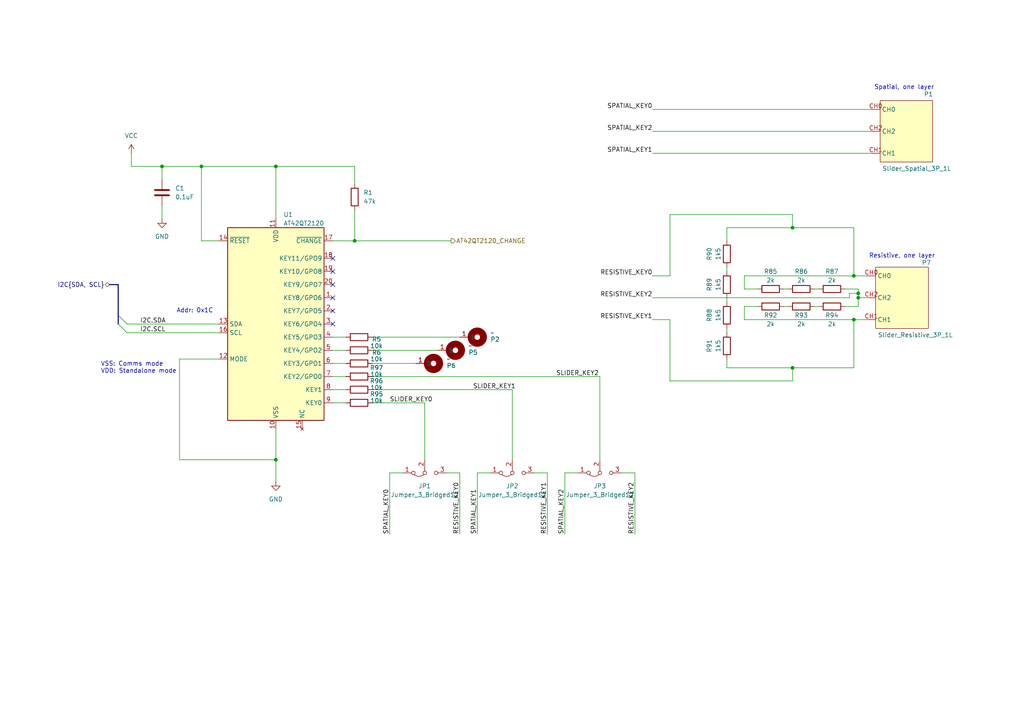
<source format=kicad_sch>
(kicad_sch (version 20231120) (generator "eeschema") (generator_version "8.0")
  (paper "A4")
  (lib_symbols
    (symbol "Device:C" (pin_numbers hide) (pin_names (offset 0.254))
      (property "Reference" "C" (at 0.635 2.54 0))
      (property "Value" "C" (at 0.635 -2.54 0))
      (symbol "C_0_1"
        (polyline (pts (xy -2.032 -0.762) (xy 2.032 -0.762)) (stroke (width 0.508)))
        (polyline (pts (xy -2.032 0.762) (xy 2.032 0.762)) (stroke (width 0.508)))
      )
      (symbol "C_1_1"
        (pin passive line (at 0 3.81 270) (length 2.794) (name "~") (number "1"))
        (pin passive line (at 0 -3.81 90) (length 2.794) (name "~") (number "2"))
      )
    )
    (symbol "Device:R" (pin_numbers hide) (pin_names (offset 0))
      (property "Reference" "R" (at 2.032 0 90))
      (property "Value" "R" (at 0 0 90))
      (symbol "R_0_1"
        (rectangle (start -1.016 -2.54) (end 1.016 2.54) (stroke (width 0.254)))
      )
      (symbol "R_1_1"
        (pin passive line (at 0 3.81 270) (length 1.27) (name "~") (number "1"))
        (pin passive line (at 0 -3.81 90) (length 1.27) (name "~") (number "2"))
      )
    )
    (symbol "Jumper:Jumper_3_Bridged12" (pin_names (offset 0) hide) (exclude_from_sim yes) (in_bom no)
      (property "Reference" "JP" (at -2.54 -2.54 0))
      (property "Value" "Jumper_3_Bridged12" (at 0 2.794 0))
      (symbol "Jumper_3_Bridged12_0_0"
        (circle (center -3.302 0) (radius 0.508))
        (circle (center 0 0) (radius 0.508))
        (circle (center 3.302 0) (radius 0.508))
      )
      (symbol "Jumper_3_Bridged12_0_1"
        (arc (start -0.254 0.508) (mid -1.651 0.9912) (end -3.048 0.508))
        (polyline (pts (xy 0 -1.27) (xy 0 -0.508)))
      )
      (symbol "Jumper_3_Bridged12_1_1"
        (pin passive line (at -6.35 0 0) (length 2.54) (name "A") (number "1"))
        (pin passive line (at 0 -3.81 90) (length 2.54) (name "C") (number "2"))
        (pin passive line (at 6.35 0 180) (length 2.54) (name "B") (number "3"))
      )
    )
    (symbol "Sensor_Touch:AT42QT2120"
      (property "Reference" "U" (at 12.192 -29.718 0))
      (symbol "AT42QT2120_1_1"
        (rectangle (start -13.97 27.94) (end 13.97 -27.94) (stroke (width 0.254)) (fill (type background)))
        (pin bidirectional line (at 16.51 7.62 180) (length 2.54) (name "KEY8/GPO6") (number "1"))
        (pin power_in line (at 0 -30.48 90) (length 2.54) (name "VSS") (number "10"))
        (pin power_in line (at 0 30.48 270) (length 2.54) (name "VDD") (number "11"))
        (pin input line (at -16.51 -10.16 0) (length 2.54) (name "MODE") (number "12"))
        (pin bidirectional line (at -16.51 0 0) (length 2.54) (name "SDA") (number "13"))
        (pin input line (at -16.51 24.13 0) (length 2.54) (name "~{RESET}") (number "14"))
        (pin no_connect line (at 7.62 -30.48 90) (length 2.54) (name "NC") (number "15"))
        (pin bidirectional line (at -16.51 -2.54 0) (length 2.54) (name "SCL") (number "16"))
        (pin output line (at 16.51 24.13 180) (length 2.54) (name "~{CHANGE}") (number "17"))
        (pin bidirectional line (at 16.51 19.05 180) (length 2.54) (name "KEY11/GPO9") (number "18"))
        (pin bidirectional line (at 16.51 15.24 180) (length 2.54) (name "KEY10/GPO8") (number "19"))
        (pin bidirectional line (at 16.51 3.81 180) (length 2.54) (name "KEY7/GPO5") (number "2"))
        (pin bidirectional line (at 16.51 11.43 180) (length 2.54) (name "KEY9/GPO7") (number "20"))
        (pin bidirectional line (at 16.51 0 180) (length 2.54) (name "KEY6/GPO4") (number "3"))
        (pin bidirectional line (at 16.51 -3.81 180) (length 2.54) (name "KEY5/GPO3") (number "4"))
        (pin bidirectional line (at 16.51 -7.62 180) (length 2.54) (name "KEY4/GPO2") (number "5"))
        (pin bidirectional line (at 16.51 -11.43 180) (length 2.54) (name "KEY3/GPO1") (number "6"))
        (pin bidirectional line (at 16.51 -15.24 180) (length 2.54) (name "KEY2/GPO0") (number "7"))
        (pin bidirectional line (at 16.51 -19.05 180) (length 2.54) (name "KEY1") (number "8"))
        (pin bidirectional line (at 16.51 -22.86 180) (length 2.54) (name "KEY0") (number "9"))
      )
    )
    (symbol "Single_LED_Touch_Key:Single_LED_Touch_Key"
      (property "Reference" "P13" (at 3.81 0 0))
      (property "Value" "~" (at -6.35 0 0))
      (symbol "Single_LED_Touch_Key_1_1"
        (circle (center 0 0) (radius 1.7961) (stroke (width 2)))
        (pin bidirectional line (at -5.08 0 0) (length 2.54) (name "1") (number "1"))
      )
    )
    (symbol "Slider_Resistive_3P_1L_1"
      (property "Reference" "P" (at 6.35 6.35 0))
      (property "Value" "Slider_Resistive_3P_1L" (at 3.048 -14.224 0))
      (symbol "Slider_Resistive_3P_1L_1_1_1"
        (rectangle (start -7.62 5.08) (end 7.62 -12.7) (fill (type background)))
        (pin output line (at -10.16 2.54 0) (length 2.54) (name "CH0") (number "CH0"))
        (pin output line (at -10.16 -10.16 0) (length 2.54) (name "CH1") (number "CH1"))
        (pin output line (at -10.16 -3.81 0) (length 2.54) (name "CH2") (number "CH2"))
      )
    )
    (symbol "Touch:Slider_Spatial_3P_1L"
      (property "Reference" "P" (at 6.858 6.35 0))
      (property "Value" "Slider_Spatial_3P_1L" (at 2.032 -13.97 0))
      (symbol "Slider_Spatial_3P_1L_1_1"
        (rectangle (start -7.62 5.08) (end 7.62 -12.7) (fill (type background)))
        (pin output line (at -10.16 2.54 0) (length 2.54) (name "CH0") (number "CH0"))
        (pin output line (at -10.16 -10.16 0) (length 2.54) (name "CH1") (number "CH1"))
        (pin output line (at -10.16 -3.81 0) (length 2.54) (name "CH2") (number "CH2"))
      )
    )
    (symbol "power:GND" (power) (pin_numbers hide) (pin_names (offset 0) hide)
      (property "Value" "GND" (at 0 -3.81 0))
      (symbol "GND_0_1"
        (polyline (pts (xy 0 0) (xy 0 -1.27) (xy 1.27 -1.27) (xy 0 -2.54) (xy -1.27 -1.27) (xy 0 -1.27)))
      )
      (symbol "GND_1_1"
        (pin power_in line (at 0 0 270) (length 0) (name "~") (number "1"))
      )
    )
    (symbol "power:VCC" (power) (pin_numbers hide) (pin_names (offset 0) hide)
      (property "Value" "VCC" (at 0 3.556 0))
      (symbol "VCC_0_1"
        (polyline (pts (xy -0.762 1.27) (xy 0 2.54)))
        (polyline (pts (xy 0 0) (xy 0 2.54)))
        (polyline (pts (xy 0 2.54) (xy 0.762 1.27)))
      )
      (symbol "VCC_1_1"
        (pin power_in line (at 0 0 90) (length 0) (name "~") (number "1"))
      )
    )
  )
  (junction (at 248.92 85.09))
  (junction (at 80.01 48.26))
  (junction (at 46.99 48.26))
  (junction (at 80.01 133.35))
  (junction (at 229.87 106.68))
  (junction (at 102.87 69.85))
  (junction (at 247.65 92.71))
  (junction (at 248.92 86.36))
  (junction (at 229.87 66.04))
  (junction (at 247.65 80.01))
  (junction (at 58.42 48.26))
  (no_connect (at 96.52 78.74))
  (no_connect (at 96.52 93.98))
  (no_connect (at 96.52 86.36))
  (no_connect (at 96.52 74.93))
  (no_connect (at 96.52 82.55))
  (no_connect (at 96.52 90.17))
  (bus_entry (at 34.29 91.44) (size 2.54 2.54))
  (bus_entry (at 34.29 93.98) (size 2.54 2.54))
  (wire (pts (xy 129.54 137.16) (xy 133.35 137.16)))
  (wire (pts (xy 113.03 137.16) (xy 113.03 154.94)))
  (wire (pts (xy 58.42 48.26) (xy 58.42 69.85)))
  (wire (pts (xy 107.95 116.84) (xy 123.19 116.84)))
  (wire (pts (xy 148.59 113.03) (xy 148.59 133.35)))
  (wire (pts (xy 227.33 88.9) (xy 228.6 88.9)))
  (wire (pts (xy 246.38 85.09) (xy 248.92 85.09)))
  (wire (pts (xy 138.43 137.16) (xy 138.43 154.94)))
  (wire (pts (xy 210.82 87.63) (xy 210.82 86.36)))
  (wire (pts (xy 107.95 109.22) (xy 173.99 109.22)))
  (wire (pts (xy 189.23 38.1) (xy 252.73 38.1)))
  (wire (pts (xy 36.83 96.52) (xy 63.5 96.52)))
  (bus (pts (xy 34.29 82.55) (xy 34.29 91.44)))
  (wire (pts (xy 247.65 92.71) (xy 215.9 92.71)))
  (wire (pts (xy 154.94 137.16) (xy 158.75 137.16)))
  (wire (pts (xy 80.01 48.26) (xy 58.42 48.26)))
  (wire (pts (xy 46.99 59.69) (xy 46.99 63.5)))
  (wire (pts (xy 194.31 110.49) (xy 194.31 92.71)))
  (wire (pts (xy 229.87 110.49) (xy 194.31 110.49)))
  (wire (pts (xy 102.87 53.34) (xy 102.87 48.26)))
  (wire (pts (xy 96.52 97.79) (xy 100.33 97.79)))
  (wire (pts (xy 123.19 116.84) (xy 123.19 133.35)))
  (wire (pts (xy 248.92 85.09) (xy 248.92 83.82)))
  (wire (pts (xy 251.46 92.71) (xy 247.65 92.71)))
  (wire (pts (xy 189.23 31.75) (xy 252.73 31.75)))
  (wire (pts (xy 194.31 92.71) (xy 189.23 92.71)))
  (wire (pts (xy 229.87 110.49) (xy 229.87 106.68)))
  (wire (pts (xy 237.49 88.9) (xy 236.22 88.9)))
  (wire (pts (xy 63.5 69.85) (xy 58.42 69.85)))
  (wire (pts (xy 245.11 88.9) (xy 248.92 88.9)))
  (wire (pts (xy 194.31 62.23) (xy 229.87 62.23)))
  (wire (pts (xy 246.38 86.36) (xy 246.38 85.09)))
  (wire (pts (xy 173.99 109.22) (xy 173.99 133.35)))
  (wire (pts (xy 46.99 48.26) (xy 46.99 52.07)))
  (bus (pts (xy 31.75 82.55) (xy 34.29 82.55)))
  (wire (pts (xy 38.1 44.45) (xy 38.1 48.26)))
  (wire (pts (xy 247.65 92.71) (xy 247.65 106.68)))
  (wire (pts (xy 107.95 101.6) (xy 127 101.6)))
  (wire (pts (xy 96.52 113.03) (xy 100.33 113.03)))
  (wire (pts (xy 247.65 106.68) (xy 229.87 106.68)))
  (wire (pts (xy 80.01 133.35) (xy 80.01 139.7)))
  (wire (pts (xy 52.07 104.14) (xy 52.07 133.35)))
  (wire (pts (xy 229.87 62.23) (xy 229.87 66.04)))
  (wire (pts (xy 102.87 69.85) (xy 130.81 69.85)))
  (wire (pts (xy 96.52 105.41) (xy 100.33 105.41)))
  (wire (pts (xy 120.65 105.41) (xy 107.95 105.41)))
  (wire (pts (xy 215.9 92.71) (xy 215.9 88.9)))
  (wire (pts (xy 96.52 69.85) (xy 102.87 69.85)))
  (wire (pts (xy 184.15 137.16) (xy 184.15 154.94)))
  (wire (pts (xy 107.95 97.79) (xy 133.35 97.79)))
  (wire (pts (xy 237.49 83.82) (xy 236.22 83.82)))
  (wire (pts (xy 247.65 80.01) (xy 247.65 66.04)))
  (wire (pts (xy 194.31 80.01) (xy 189.23 80.01)))
  (wire (pts (xy 96.52 116.84) (xy 100.33 116.84)))
  (wire (pts (xy 80.01 133.35) (xy 80.01 124.46)))
  (wire (pts (xy 36.83 93.98) (xy 63.5 93.98)))
  (wire (pts (xy 158.75 137.16) (xy 158.75 154.94)))
  (wire (pts (xy 229.87 66.04) (xy 210.82 66.04)))
  (wire (pts (xy 210.82 78.74) (xy 210.82 77.47)))
  (wire (pts (xy 96.52 109.22) (xy 100.33 109.22)))
  (wire (pts (xy 248.92 86.36) (xy 251.46 86.36)))
  (wire (pts (xy 142.24 137.16) (xy 138.43 137.16)))
  (wire (pts (xy 167.64 137.16) (xy 163.83 137.16)))
  (wire (pts (xy 80.01 63.5) (xy 80.01 48.26)))
  (wire (pts (xy 163.83 137.16) (xy 163.83 154.94)))
  (wire (pts (xy 247.65 80.01) (xy 251.46 80.01)))
  (wire (pts (xy 180.34 137.16) (xy 184.15 137.16)))
  (wire (pts (xy 248.92 88.9) (xy 248.92 86.36)))
  (wire (pts (xy 247.65 66.04) (xy 229.87 66.04)))
  (wire (pts (xy 210.82 96.52) (xy 210.82 95.25)))
  (wire (pts (xy 102.87 48.26) (xy 80.01 48.26)))
  (wire (pts (xy 215.9 80.01) (xy 247.65 80.01)))
  (wire (pts (xy 107.95 113.03) (xy 148.59 113.03)))
  (bus (pts (xy 34.29 91.44) (xy 34.29 93.98)))
  (wire (pts (xy 215.9 83.82) (xy 215.9 80.01)))
  (wire (pts (xy 219.71 83.82) (xy 215.9 83.82)))
  (wire (pts (xy 215.9 88.9) (xy 219.71 88.9)))
  (wire (pts (xy 116.84 137.16) (xy 113.03 137.16)))
  (wire (pts (xy 63.5 104.14) (xy 52.07 104.14)))
  (wire (pts (xy 248.92 86.36) (xy 248.92 85.09)))
  (wire (pts (xy 210.82 66.04) (xy 210.82 69.85)))
  (wire (pts (xy 58.42 48.26) (xy 46.99 48.26)))
  (wire (pts (xy 194.31 62.23) (xy 194.31 80.01)))
  (wire (pts (xy 210.82 106.68) (xy 210.82 104.14)))
  (wire (pts (xy 52.07 133.35) (xy 80.01 133.35)))
  (wire (pts (xy 96.52 101.6) (xy 100.33 101.6)))
  (wire (pts (xy 229.87 106.68) (xy 210.82 106.68)))
  (wire (pts (xy 133.35 137.16) (xy 133.35 154.94)))
  (wire (pts (xy 189.23 44.45) (xy 252.73 44.45)))
  (wire (pts (xy 38.1 48.26) (xy 46.99 48.26)))
  (wire (pts (xy 102.87 60.96) (xy 102.87 69.85)))
  (wire (pts (xy 248.92 83.82) (xy 245.11 83.82)))
  (wire (pts (xy 227.33 83.82) (xy 228.6 83.82)))
  (wire (pts (xy 189.23 86.36) (xy 246.38 86.36)))
  (text "Resistive, one layer" (at 261.62 74.295 0) (effects (font (size 1.27 1.27))))
  (text "VSS: Comms mode\nVDD: Standalone mode" (at 29.21 106.68 0) (effects (font (size 1.27 1.27)) (justify left)))
  (text "Spatial, one layer" (at 262.255 25.4 0) (effects (font (size 1.27 1.27))))
  (text "Addr: 0x1C" (at 56.515 90.17 0) (effects (font (size 1.27 1.27))))
  (label "SLIDER_KEY1" (at 137.16 113.03 0))
  (label "RESISTIVE_KEY1" (at 158.75 154.94 90))
  (label "I2C.SDA" (at 40.64 93.98 0))
  (label "RESISTIVE_KEY1" (at 189.23 92.71 180))
  (label "SPATIAL_KEY2" (at 189.23 38.1 180))
  (label "RESISTIVE_KEY0" (at 189.23 80.01 180))
  (label "SLIDER_KEY0" (at 113.03 116.84 0))
  (label "SPATIAL_KEY0" (at 113.03 154.94 90))
  (label "SLIDER_KEY2" (at 161.29 109.22 0))
  (label "RESISTIVE_KEY2" (at 189.23 86.36 180))
  (label "SPATIAL_KEY1" (at 189.23 44.45 180))
  (label "SPATIAL_KEY0" (at 189.23 31.75 180))
  (label "SPATIAL_KEY2" (at 163.83 154.94 90))
  (label "I2C.SCL" (at 40.64 96.52 0))
  (label "SPATIAL_KEY1" (at 138.43 154.94 90))
  (label "RESISTIVE_KEY0" (at 133.35 154.94 90))
  (label "RESISTIVE_KEY2" (at 184.15 154.94 90))
  (hierarchical_label "AT42QT2120_CHANGE" (shape output) (at 130.81 69.85 0))
  (hierarchical_label "I2C{SDA, SCL}" (shape bidirectional) (at 31.75 82.55 180))
  (symbol (lib_id "Device:R") (at 223.52 88.9 270) (unit 1)
    (property "Reference" "R92" (at 223.52 91.44 90))
    (property "Value" "2k" (at 223.52 93.98 90))
    (property "Footprint" "Resistor_SMD:R_0603_1608Metric" (effects (hide yes)))
    (property "Description" "Resistor" (effects (hide yes)))
  )
  (symbol (lib_id "Device:R") (at 104.14 101.6 90) (unit 1)
    (property "Reference" "R5" (at 109.22 98.425 90))
    (property "Value" "10k" (at 109.22 100.33 90))
    (property "Footprint" "Resistor_SMD:R_0603_1608Metric" (effects (hide yes)))
    (property "Description" "Resistor" (effects (hide yes)))
  )
  (symbol (lib_id "Single_LED_Touch_Key:Single_LED_Touch_Key") (at 132.08 101.6 0) (mirror x) (unit 1)
    (property "Reference" "P5" (at 135.89 102.2351 0) (effects (justify left)))
    (property "Value" "~" (at 135.89 100.33 0) (effects (justify left)))
    (property "Footprint" "Button_Switch_SMD:Cap_Touch_Ring_Small" (effects (hide yes)))
  )
  (symbol (lib_id "Device:C") (at 46.99 55.88 0) (unit 1)
    (property "Reference" "C1" (at 50.8 54.6099 0) (effects (justify left)))
    (property "Value" "0.1uF" (at 50.8 57.1499 0) (effects (justify left)))
    (property "Footprint" "Capacitor_SMD:C_0603_1608Metric" (effects (hide yes)))
    (property "Description" "Unpolarized capacitor" (effects (hide yes)))
  )
  (symbol (lib_id "Single_LED_Touch_Key:Single_LED_Touch_Key") (at 125.73 105.41 0) (mirror x) (unit 1)
    (property "Reference" "P6" (at 129.54 106.0451 0) (effects (justify left)))
    (property "Value" "~" (at 129.54 104.14 0) (effects (justify left)))
    (property "Footprint" "Button_Switch_SMD:Cap_Touch_Ring_Small" (effects (hide yes)))
  )
  (symbol (lib_id "Device:R") (at 210.82 91.44 180) (unit 1)
    (property "Reference" "R88" (at 205.74 91.44 90))
    (property "Value" "1k5" (at 208.28 91.44 90))
    (property "Footprint" "Resistor_SMD:R_0603_1608Metric" (effects (hide yes)))
    (property "Description" "Resistor" (effects (hide yes)))
  )
  (symbol (lib_id "Device:R") (at 102.87 57.15 0) (unit 1)
    (property "Reference" "R1" (at 105.41 55.8799 0) (effects (justify left)))
    (property "Value" "47k" (at 105.41 58.4199 0) (effects (justify left)))
    (property "Footprint" "Resistor_SMD:R_0603_1608Metric" (effects (hide yes)))
    (property "Description" "Resistor" (effects (hide yes)))
  )
  (symbol (lib_id "Device:R") (at 241.3 88.9 90) (unit 1)
    (property "Reference" "R94" (at 241.3 91.44 90))
    (property "Value" "2k" (at 241.3 93.98 90))
    (property "Footprint" "Resistor_SMD:R_0603_1608Metric" (effects (hide yes)))
    (property "Description" "Resistor" (effects (hide yes)))
  )
  (symbol (lib_id "Single_LED_Touch_Key:Single_LED_Touch_Key") (at 138.43 97.79 0) (mirror x) (unit 1)
    (property "Reference" "P2" (at 142.24 98.4251 0) (effects (justify left)))
    (property "Value" "~" (at 142.24 96.52 0) (effects (justify left)))
    (property "Footprint" "Button_Switch_SMD:Cap_Touch_Ring_Small" (effects (hide yes)))
  )
  (symbol (lib_id "Device:R") (at 210.82 82.55 180) (unit 1)
    (property "Reference" "R89" (at 205.74 82.55 90))
    (property "Value" "1k5" (at 208.28 82.55 90))
    (property "Footprint" "Resistor_SMD:R_0603_1608Metric" (effects (hide yes)))
    (property "Description" "Resistor" (effects (hide yes)))
  )
  (symbol (lib_id "Jumper:Jumper_3_Bridged12") (at 148.59 137.16 0) (mirror x) (unit 1) (exclude_from_sim yes) (in_bom no)
    (property "Reference" "JP2" (at 148.59 140.97 0))
    (property "Value" "Jumper_3_Bridged12" (at 148.59 143.51 0))
    (property "Footprint" "Connector_PinHeader_2.54mm:PinHeader_1x03_P2.54mm_Vertical" (effects (hide yes)))
    (property "Description" "Jumper, 3-pole, pins 1+2 closed/bridged" (effects (hide yes)))
  )
  (symbol (lib_id "Sensor_Touch:AT42QT2120") (at 80.01 93.98 0) (unit 1)
    (property "Reference" "U1" (at 82.2041 62.23 0) (effects (justify left)))
    (property "Value" "AT42QT2120" (at 82.2041 64.77 0) (effects (justify left)))
    (property "Footprint" "Package_SO:TSSOP-20_4.4x6.5mm_P0.65mm" (effects (hide yes)))
    (property "MPN" "AT42QT2120-XUR" (effects (hide yes)))
    (property "Digikey" "https://www.digikey.de/en/products/detail/microchip-technology/AT42QT2120-XUR/3678735" (effects (hide yes)))
  )
  (symbol (lib_id "Device:R") (at 210.82 73.66 180) (unit 1)
    (property "Reference" "R90" (at 205.74 73.66 90))
    (property "Value" "1k5" (at 208.28 73.66 90))
    (property "Footprint" "Resistor_SMD:R_0603_1608Metric" (effects (hide yes)))
    (property "Description" "Resistor" (effects (hide yes)))
  )
  (symbol (lib_id "Device:R") (at 232.41 88.9 90) (unit 1)
    (property "Reference" "R93" (at 232.41 91.44 90))
    (property "Value" "2k" (at 232.41 93.98 90))
    (property "Footprint" "Resistor_SMD:R_0603_1608Metric" (effects (hide yes)))
    (property "Description" "Resistor" (effects (hide yes)))
  )
  (symbol (lib_id "Device:R") (at 241.3 83.82 90) (unit 1)
    (property "Reference" "R87" (at 241.3 78.74 90))
    (property "Value" "2k" (at 241.3 81.28 90))
    (property "Footprint" "Resistor_SMD:R_0603_1608Metric" (effects (hide yes)))
    (property "Description" "Resistor" (effects (hide yes)))
  )
  (symbol (lib_id "Device:R") (at 232.41 83.82 90) (unit 1)
    (property "Reference" "R86" (at 232.41 78.74 90))
    (property "Value" "2k" (at 232.41 81.28 90))
    (property "Footprint" "Resistor_SMD:R_0603_1608Metric" (effects (hide yes)))
    (property "Description" "Resistor" (effects (hide yes)))
  )
  (symbol (lib_id "power:VCC") (at 38.1 44.45 0) (unit 1)
    (property "Reference" "#PWR01" (effects (hide yes)))
    (property "Value" "VCC" (at 38.1 39.37 0))
    (property "Description" "Power symbol creates a global label with name \"VCC\"" (effects (hide yes)))
  )
  (symbol (lib_id "Touch:Slider_Spatial_3P_1L") (at 262.89 34.29 0) (unit 1)
    (property "Reference" "P1" (at 267.97 27.305 0) (effects (justify left)))
    (property "Value" "Slider_Spatial_3P_1L" (at 255.905 48.895 0) (effects (justify left)))
    (property "Footprint" "Touch:Slider_SpatialInterpolation_3P_1L" (effects (hide yes)))
  )
  (symbol (lib_id "Device:R") (at 104.14 105.41 90) (unit 1)
    (property "Reference" "R6" (at 109.22 102.235 90))
    (property "Value" "10k" (at 109.22 104.14 90))
    (property "Footprint" "Resistor_SMD:R_0603_1608Metric" (effects (hide yes)))
    (property "Description" "Resistor" (effects (hide yes)))
  )
  (symbol (lib_name "Slider_Resistive_3P_1L_1") (lib_id "Touch:Slider_Resistive_3P_1L") (at 261.62 82.55 0) (unit 1)
    (property "Reference" "P7" (at 267.335 76.2 0) (effects (justify left)))
    (property "Value" "Slider_Resistive_3P_1L" (at 254.635 97.155 0) (effects (justify left)))
    (property "Footprint" "Touch:Slider_ResistiveInterpolation_3P_1L" (effects (hide yes)))
  )
  (symbol (lib_id "Jumper:Jumper_3_Bridged12") (at 123.19 137.16 0) (mirror x) (unit 1) (exclude_from_sim yes) (in_bom no)
    (property "Reference" "JP1" (at 123.19 140.97 0))
    (property "Value" "Jumper_3_Bridged12" (at 123.19 143.51 0))
    (property "Footprint" "Connector_PinHeader_2.54mm:PinHeader_1x03_P2.54mm_Vertical" (effects (hide yes)))
    (property "Description" "Jumper, 3-pole, pins 1+2 closed/bridged" (effects (hide yes)))
  )
  (symbol (lib_id "Device:R") (at 223.52 83.82 270) (unit 1)
    (property "Reference" "R85" (at 223.52 78.74 90))
    (property "Value" "2k" (at 223.52 81.28 90))
    (property "Footprint" "Resistor_SMD:R_0603_1608Metric" (effects (hide yes)))
    (property "Description" "Resistor" (effects (hide yes)))
  )
  (symbol (lib_id "Device:R") (at 104.14 116.84 90) (unit 1)
    (property "Reference" "R95" (at 109.22 114.3 90))
    (property "Value" "10k" (at 109.22 116.205 90))
    (property "Footprint" "Resistor_SMD:R_0603_1608Metric" (effects (hide yes)))
    (property "Description" "Resistor" (effects (hide yes)))
  )
  (symbol (lib_id "power:GND") (at 80.01 139.7 0) (unit 1)
    (property "Reference" "#PWR03" (effects (hide yes)))
    (property "Value" "GND" (at 80.01 144.78 0))
    (property "Description" "Power symbol creates a global label with name \"GND\" , ground" (effects (hide yes)))
  )
  (symbol (lib_id "Device:R") (at 104.14 113.03 90) (unit 1)
    (property "Reference" "R96" (at 109.22 110.49 90))
    (property "Value" "10k" (at 109.22 112.395 90))
    (property "Footprint" "Resistor_SMD:R_0603_1608Metric" (effects (hide yes)))
    (property "Description" "Resistor" (effects (hide yes)))
  )
  (symbol (lib_id "Jumper:Jumper_3_Bridged12") (at 173.99 137.16 0) (mirror x) (unit 1) (exclude_from_sim yes) (in_bom no)
    (property "Reference" "JP3" (at 173.99 140.97 0))
    (property "Value" "Jumper_3_Bridged12" (at 173.99 143.51 0))
    (property "Footprint" "Connector_PinHeader_2.54mm:PinHeader_1x03_P2.54mm_Vertical" (effects (hide yes)))
    (property "Description" "Jumper, 3-pole, pins 1+2 closed/bridged" (effects (hide yes)))
  )
  (symbol (lib_id "Device:R") (at 104.14 109.22 90) (unit 1)
    (property "Reference" "R97" (at 109.22 106.68 90))
    (property "Value" "10k" (at 109.22 108.585 90))
    (property "Footprint" "Resistor_SMD:R_0603_1608Metric" (effects (hide yes)))
    (property "Description" "Resistor" (effects (hide yes)))
  )
  (symbol (lib_id "Device:R") (at 104.14 97.79 90) (unit 1)
    (property "Reference" "R4" (effects (hide yes)))
    (property "Value" "10k" (effects (hide yes)))
    (property "Footprint" "Resistor_SMD:R_0603_1608Metric" (effects (hide yes)))
    (property "Description" "Resistor" (effects (hide yes)))
  )
  (symbol (lib_id "Device:R") (at 210.82 100.33 0) (unit 1)
    (property "Reference" "R91" (at 205.74 100.33 90))
    (property "Value" "1k5" (at 208.28 100.33 90))
    (property "Footprint" "Resistor_SMD:R_0603_1608Metric" (effects (hide yes)))
    (property "Description" "Resistor" (effects (hide yes)))
  )
  (symbol (lib_id "power:GND") (at 46.99 63.5 0) (unit 1)
    (property "Reference" "#PWR02" (effects (hide yes)))
    (property "Value" "GND" (at 46.99 68.58 0))
    (property "Description" "Power symbol creates a global label with name \"GND\" , ground" (effects (hide yes)))
  )
)
</source>
